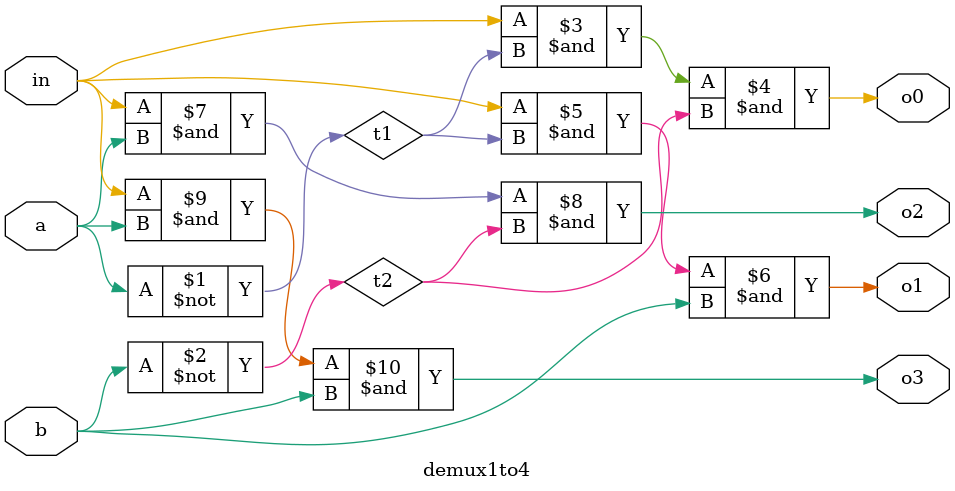
<source format=v>
`timescale 1ns / 1ps
module demux1to4(in,a,b,o0,o1,o2,o3);
input in,a,b;
output o0,o1,o2,o3;
wire t1,t2;
assign t1=~a;
assign t2=~b;
assign o0=in&t1&t2;
assign o1=in&t1&b;
assign o2=in&a&t2;
assign o3=in&a&b;

endmodule

</source>
